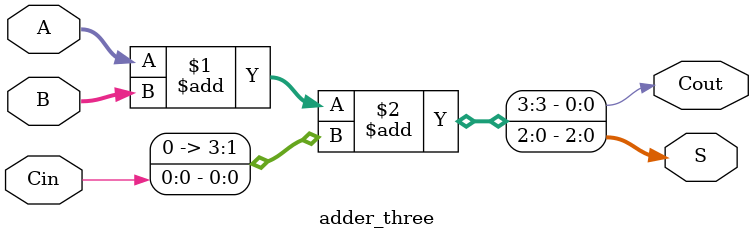
<source format=v>
module adder_three (A, B, Cin, S, Cout);
input [2:0] A, B;
input Cin;
output [2:0]S;
output Cout;
assign {Cout, S} = A + B + {2'b00, Cin};
endmodule
</source>
